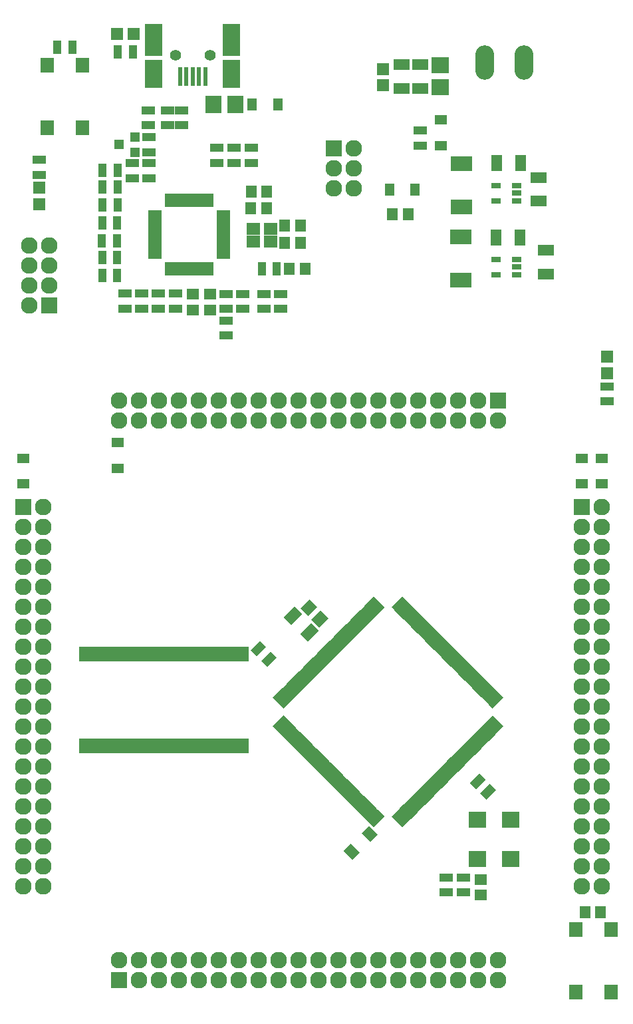
<source format=gts>
G04 #@! TF.FileFunction,Soldermask,Top*
%FSLAX46Y46*%
G04 Gerber Fmt 4.6, Leading zero omitted, Abs format (unit mm)*
G04 Created by KiCad (PCBNEW 4.0.4+e1-6308~48~ubuntu14.04.1-stable) date Wed Oct 19 19:57:22 2016*
%MOMM*%
%LPD*%
G01*
G04 APERTURE LIST*
%ADD10C,0.100000*%
%ADD11R,0.857200X1.910000*%
%ADD12R,1.100000X1.700000*%
%ADD13R,2.127200X2.127200*%
%ADD14O,2.127200X2.127200*%
%ADD15R,1.700000X1.100000*%
%ADD16R,2.000000X1.400000*%
%ADD17R,1.400000X1.650000*%
%ADD18R,1.400000X2.000000*%
%ADD19R,1.650000X1.400000*%
%ADD20R,1.598880X1.598880*%
%ADD21R,2.301600X2.101600*%
%ADD22R,2.200000X2.000000*%
%ADD23R,2.800000X1.900000*%
%ADD24R,1.700000X1.950000*%
%ADD25R,1.301600X0.651600*%
%ADD26R,2.000000X2.200000*%
%ADD27R,0.601600X2.351600*%
%ADD28R,2.201600X3.601600*%
%ADD29R,2.201600X4.101600*%
%ADD30C,1.400000*%
%ADD31R,1.200100X1.200100*%
%ADD32R,1.700000X0.650000*%
%ADD33R,0.650000X1.700000*%
%ADD34R,1.800000X1.600000*%
%ADD35R,1.310000X1.620000*%
%ADD36R,1.620000X1.310000*%
%ADD37O,2.381200X4.362400*%
G04 APERTURE END LIST*
D10*
D11*
X29607366Y-111413832D03*
X30407366Y-111413832D03*
X31207366Y-111413832D03*
X32007366Y-111413832D03*
X32807366Y-111413832D03*
X33607366Y-111413832D03*
X34407366Y-111413832D03*
X35207366Y-111413832D03*
X36007366Y-111413832D03*
X36807366Y-111413832D03*
X37607366Y-111413832D03*
X38407366Y-111413832D03*
X39207366Y-111413832D03*
X40007366Y-111413832D03*
X40807366Y-111413832D03*
X41607366Y-111413832D03*
X42407366Y-111413832D03*
X43207366Y-111413832D03*
X44007366Y-111413832D03*
X44807366Y-111413832D03*
X45607366Y-111413832D03*
X46407366Y-111413832D03*
X47207366Y-111413832D03*
X48007366Y-111413832D03*
X48807366Y-111413832D03*
X49607366Y-111413832D03*
X50407366Y-111413832D03*
X50407366Y-99743832D03*
X49607366Y-99743832D03*
X48807366Y-99743832D03*
X48007366Y-99743832D03*
X47207366Y-99743832D03*
X46407366Y-99743832D03*
X45607366Y-99743832D03*
X44807366Y-99743832D03*
X44007366Y-99743832D03*
X43207366Y-99743832D03*
X42407366Y-99743832D03*
X41607366Y-99743832D03*
X40807366Y-99743832D03*
X40007366Y-99743832D03*
X39207366Y-99743832D03*
X38407366Y-99743832D03*
X37607366Y-99743832D03*
X36807366Y-99743832D03*
X36007366Y-99743832D03*
X35207366Y-99743832D03*
X34407366Y-99743832D03*
X33607366Y-99743832D03*
X32807366Y-99743832D03*
X32007366Y-99743832D03*
X31207366Y-99743832D03*
X30407366Y-99743832D03*
X29607366Y-99743832D03*
D12*
X34049996Y-44850000D03*
X32149996Y-44850000D03*
D13*
X22110000Y-81000000D03*
D14*
X24650000Y-81000000D03*
X22110000Y-83540000D03*
X24650000Y-83540000D03*
X22110000Y-86080000D03*
X24650000Y-86080000D03*
X22110000Y-88620000D03*
X24650000Y-88620000D03*
X22110000Y-91160000D03*
X24650000Y-91160000D03*
X22110000Y-93700000D03*
X24650000Y-93700000D03*
X22110000Y-96240000D03*
X24650000Y-96240000D03*
X22110000Y-98780000D03*
X24650000Y-98780000D03*
X22110000Y-101320000D03*
X24650000Y-101320000D03*
X22110000Y-103860000D03*
X24650000Y-103860000D03*
X22110000Y-106400000D03*
X24650000Y-106400000D03*
X22110000Y-108940000D03*
X24650000Y-108940000D03*
X22110000Y-111480000D03*
X24650000Y-111480000D03*
X22110000Y-114020000D03*
X24650000Y-114020000D03*
X22110000Y-116560000D03*
X24650000Y-116560000D03*
X22110000Y-119100000D03*
X24650000Y-119100000D03*
X22110000Y-121640000D03*
X24650000Y-121640000D03*
X22110000Y-124180000D03*
X24650000Y-124180000D03*
X22110000Y-126720000D03*
X24650000Y-126720000D03*
X22110000Y-129260000D03*
X24650000Y-129260000D03*
D15*
X48950000Y-37250000D03*
X48950000Y-35350000D03*
D10*
G36*
X82745169Y-104780058D02*
X83240143Y-105275032D01*
X81861285Y-106653890D01*
X81366311Y-106158916D01*
X82745169Y-104780058D01*
X82745169Y-104780058D01*
G37*
G36*
X82391616Y-104426504D02*
X82886590Y-104921478D01*
X81507732Y-106300336D01*
X81012758Y-105805362D01*
X82391616Y-104426504D01*
X82391616Y-104426504D01*
G37*
G36*
X82038062Y-104072951D02*
X82533036Y-104567925D01*
X81154178Y-105946783D01*
X80659204Y-105451809D01*
X82038062Y-104072951D01*
X82038062Y-104072951D01*
G37*
G36*
X81684509Y-103719398D02*
X82179483Y-104214372D01*
X80800625Y-105593230D01*
X80305651Y-105098256D01*
X81684509Y-103719398D01*
X81684509Y-103719398D01*
G37*
G36*
X81330955Y-103365844D02*
X81825929Y-103860818D01*
X80447071Y-105239676D01*
X79952097Y-104744702D01*
X81330955Y-103365844D01*
X81330955Y-103365844D01*
G37*
G36*
X80977402Y-103012291D02*
X81472376Y-103507265D01*
X80093518Y-104886123D01*
X79598544Y-104391149D01*
X80977402Y-103012291D01*
X80977402Y-103012291D01*
G37*
G36*
X80623849Y-102658737D02*
X81118823Y-103153711D01*
X79739965Y-104532569D01*
X79244991Y-104037595D01*
X80623849Y-102658737D01*
X80623849Y-102658737D01*
G37*
G36*
X80270295Y-102305184D02*
X80765269Y-102800158D01*
X79386411Y-104179016D01*
X78891437Y-103684042D01*
X80270295Y-102305184D01*
X80270295Y-102305184D01*
G37*
G36*
X79916742Y-101951631D02*
X80411716Y-102446605D01*
X79032858Y-103825463D01*
X78537884Y-103330489D01*
X79916742Y-101951631D01*
X79916742Y-101951631D01*
G37*
G36*
X79563188Y-101598077D02*
X80058162Y-102093051D01*
X78679304Y-103471909D01*
X78184330Y-102976935D01*
X79563188Y-101598077D01*
X79563188Y-101598077D01*
G37*
G36*
X79209635Y-101244524D02*
X79704609Y-101739498D01*
X78325751Y-103118356D01*
X77830777Y-102623382D01*
X79209635Y-101244524D01*
X79209635Y-101244524D01*
G37*
G36*
X78856082Y-100890970D02*
X79351056Y-101385944D01*
X77972198Y-102764802D01*
X77477224Y-102269828D01*
X78856082Y-100890970D01*
X78856082Y-100890970D01*
G37*
G36*
X78502528Y-100537417D02*
X78997502Y-101032391D01*
X77618644Y-102411249D01*
X77123670Y-101916275D01*
X78502528Y-100537417D01*
X78502528Y-100537417D01*
G37*
G36*
X78148975Y-100183864D02*
X78643949Y-100678838D01*
X77265091Y-102057696D01*
X76770117Y-101562722D01*
X78148975Y-100183864D01*
X78148975Y-100183864D01*
G37*
G36*
X77795421Y-99830310D02*
X78290395Y-100325284D01*
X76911537Y-101704142D01*
X76416563Y-101209168D01*
X77795421Y-99830310D01*
X77795421Y-99830310D01*
G37*
G36*
X77441868Y-99476757D02*
X77936842Y-99971731D01*
X76557984Y-101350589D01*
X76063010Y-100855615D01*
X77441868Y-99476757D01*
X77441868Y-99476757D01*
G37*
G36*
X77088315Y-99123204D02*
X77583289Y-99618178D01*
X76204431Y-100997036D01*
X75709457Y-100502062D01*
X77088315Y-99123204D01*
X77088315Y-99123204D01*
G37*
G36*
X76734761Y-98769650D02*
X77229735Y-99264624D01*
X75850877Y-100643482D01*
X75355903Y-100148508D01*
X76734761Y-98769650D01*
X76734761Y-98769650D01*
G37*
G36*
X76381208Y-98416097D02*
X76876182Y-98911071D01*
X75497324Y-100289929D01*
X75002350Y-99794955D01*
X76381208Y-98416097D01*
X76381208Y-98416097D01*
G37*
G36*
X76027654Y-98062543D02*
X76522628Y-98557517D01*
X75143770Y-99936375D01*
X74648796Y-99441401D01*
X76027654Y-98062543D01*
X76027654Y-98062543D01*
G37*
G36*
X75674101Y-97708990D02*
X76169075Y-98203964D01*
X74790217Y-99582822D01*
X74295243Y-99087848D01*
X75674101Y-97708990D01*
X75674101Y-97708990D01*
G37*
G36*
X75320548Y-97355437D02*
X75815522Y-97850411D01*
X74436664Y-99229269D01*
X73941690Y-98734295D01*
X75320548Y-97355437D01*
X75320548Y-97355437D01*
G37*
G36*
X74966994Y-97001883D02*
X75461968Y-97496857D01*
X74083110Y-98875715D01*
X73588136Y-98380741D01*
X74966994Y-97001883D01*
X74966994Y-97001883D01*
G37*
G36*
X74613441Y-96648330D02*
X75108415Y-97143304D01*
X73729557Y-98522162D01*
X73234583Y-98027188D01*
X74613441Y-96648330D01*
X74613441Y-96648330D01*
G37*
G36*
X74259888Y-96294776D02*
X74754862Y-96789750D01*
X73376004Y-98168608D01*
X72881030Y-97673634D01*
X74259888Y-96294776D01*
X74259888Y-96294776D01*
G37*
G36*
X73906334Y-95941223D02*
X74401308Y-96436197D01*
X73022450Y-97815055D01*
X72527476Y-97320081D01*
X73906334Y-95941223D01*
X73906334Y-95941223D01*
G37*
G36*
X73552781Y-95587670D02*
X74047755Y-96082644D01*
X72668897Y-97461502D01*
X72173923Y-96966528D01*
X73552781Y-95587670D01*
X73552781Y-95587670D01*
G37*
G36*
X73199227Y-95234116D02*
X73694201Y-95729090D01*
X72315343Y-97107948D01*
X71820369Y-96612974D01*
X73199227Y-95234116D01*
X73199227Y-95234116D01*
G37*
G36*
X72845674Y-94880563D02*
X73340648Y-95375537D01*
X71961790Y-96754395D01*
X71466816Y-96259421D01*
X72845674Y-94880563D01*
X72845674Y-94880563D01*
G37*
G36*
X72492121Y-94527009D02*
X72987095Y-95021983D01*
X71608237Y-96400841D01*
X71113263Y-95905867D01*
X72492121Y-94527009D01*
X72492121Y-94527009D01*
G37*
G36*
X72138567Y-94173456D02*
X72633541Y-94668430D01*
X71254683Y-96047288D01*
X70759709Y-95552314D01*
X72138567Y-94173456D01*
X72138567Y-94173456D01*
G37*
G36*
X71785014Y-93819903D02*
X72279988Y-94314877D01*
X70901130Y-95693735D01*
X70406156Y-95198761D01*
X71785014Y-93819903D01*
X71785014Y-93819903D01*
G37*
G36*
X71431460Y-93466349D02*
X71926434Y-93961323D01*
X70547576Y-95340181D01*
X70052602Y-94845207D01*
X71431460Y-93466349D01*
X71431460Y-93466349D01*
G37*
G36*
X71077907Y-93112796D02*
X71572881Y-93607770D01*
X70194023Y-94986628D01*
X69699049Y-94491654D01*
X71077907Y-93112796D01*
X71077907Y-93112796D01*
G37*
G36*
X70724354Y-92759242D02*
X71219328Y-93254216D01*
X69840470Y-94633074D01*
X69345496Y-94138100D01*
X70724354Y-92759242D01*
X70724354Y-92759242D01*
G37*
G36*
X70370800Y-92405689D02*
X70865774Y-92900663D01*
X69486916Y-94279521D01*
X68991942Y-93784547D01*
X70370800Y-92405689D01*
X70370800Y-92405689D01*
G37*
G36*
X66234226Y-92900663D02*
X66729200Y-92405689D01*
X68108058Y-93784547D01*
X67613084Y-94279521D01*
X66234226Y-92900663D01*
X66234226Y-92900663D01*
G37*
G36*
X65880672Y-93254216D02*
X66375646Y-92759242D01*
X67754504Y-94138100D01*
X67259530Y-94633074D01*
X65880672Y-93254216D01*
X65880672Y-93254216D01*
G37*
G36*
X65527119Y-93607770D02*
X66022093Y-93112796D01*
X67400951Y-94491654D01*
X66905977Y-94986628D01*
X65527119Y-93607770D01*
X65527119Y-93607770D01*
G37*
G36*
X65173566Y-93961323D02*
X65668540Y-93466349D01*
X67047398Y-94845207D01*
X66552424Y-95340181D01*
X65173566Y-93961323D01*
X65173566Y-93961323D01*
G37*
G36*
X64820012Y-94314877D02*
X65314986Y-93819903D01*
X66693844Y-95198761D01*
X66198870Y-95693735D01*
X64820012Y-94314877D01*
X64820012Y-94314877D01*
G37*
G36*
X64466459Y-94668430D02*
X64961433Y-94173456D01*
X66340291Y-95552314D01*
X65845317Y-96047288D01*
X64466459Y-94668430D01*
X64466459Y-94668430D01*
G37*
G36*
X64112905Y-95021983D02*
X64607879Y-94527009D01*
X65986737Y-95905867D01*
X65491763Y-96400841D01*
X64112905Y-95021983D01*
X64112905Y-95021983D01*
G37*
G36*
X63759352Y-95375537D02*
X64254326Y-94880563D01*
X65633184Y-96259421D01*
X65138210Y-96754395D01*
X63759352Y-95375537D01*
X63759352Y-95375537D01*
G37*
G36*
X63405799Y-95729090D02*
X63900773Y-95234116D01*
X65279631Y-96612974D01*
X64784657Y-97107948D01*
X63405799Y-95729090D01*
X63405799Y-95729090D01*
G37*
G36*
X63052245Y-96082644D02*
X63547219Y-95587670D01*
X64926077Y-96966528D01*
X64431103Y-97461502D01*
X63052245Y-96082644D01*
X63052245Y-96082644D01*
G37*
G36*
X62698692Y-96436197D02*
X63193666Y-95941223D01*
X64572524Y-97320081D01*
X64077550Y-97815055D01*
X62698692Y-96436197D01*
X62698692Y-96436197D01*
G37*
G36*
X62345138Y-96789750D02*
X62840112Y-96294776D01*
X64218970Y-97673634D01*
X63723996Y-98168608D01*
X62345138Y-96789750D01*
X62345138Y-96789750D01*
G37*
G36*
X61991585Y-97143304D02*
X62486559Y-96648330D01*
X63865417Y-98027188D01*
X63370443Y-98522162D01*
X61991585Y-97143304D01*
X61991585Y-97143304D01*
G37*
G36*
X61638032Y-97496857D02*
X62133006Y-97001883D01*
X63511864Y-98380741D01*
X63016890Y-98875715D01*
X61638032Y-97496857D01*
X61638032Y-97496857D01*
G37*
G36*
X61284478Y-97850411D02*
X61779452Y-97355437D01*
X63158310Y-98734295D01*
X62663336Y-99229269D01*
X61284478Y-97850411D01*
X61284478Y-97850411D01*
G37*
G36*
X60930925Y-98203964D02*
X61425899Y-97708990D01*
X62804757Y-99087848D01*
X62309783Y-99582822D01*
X60930925Y-98203964D01*
X60930925Y-98203964D01*
G37*
G36*
X60577372Y-98557517D02*
X61072346Y-98062543D01*
X62451204Y-99441401D01*
X61956230Y-99936375D01*
X60577372Y-98557517D01*
X60577372Y-98557517D01*
G37*
G36*
X60223818Y-98911071D02*
X60718792Y-98416097D01*
X62097650Y-99794955D01*
X61602676Y-100289929D01*
X60223818Y-98911071D01*
X60223818Y-98911071D01*
G37*
G36*
X59870265Y-99264624D02*
X60365239Y-98769650D01*
X61744097Y-100148508D01*
X61249123Y-100643482D01*
X59870265Y-99264624D01*
X59870265Y-99264624D01*
G37*
G36*
X59516711Y-99618178D02*
X60011685Y-99123204D01*
X61390543Y-100502062D01*
X60895569Y-100997036D01*
X59516711Y-99618178D01*
X59516711Y-99618178D01*
G37*
G36*
X59163158Y-99971731D02*
X59658132Y-99476757D01*
X61036990Y-100855615D01*
X60542016Y-101350589D01*
X59163158Y-99971731D01*
X59163158Y-99971731D01*
G37*
G36*
X58809605Y-100325284D02*
X59304579Y-99830310D01*
X60683437Y-101209168D01*
X60188463Y-101704142D01*
X58809605Y-100325284D01*
X58809605Y-100325284D01*
G37*
G36*
X58456051Y-100678838D02*
X58951025Y-100183864D01*
X60329883Y-101562722D01*
X59834909Y-102057696D01*
X58456051Y-100678838D01*
X58456051Y-100678838D01*
G37*
G36*
X58102498Y-101032391D02*
X58597472Y-100537417D01*
X59976330Y-101916275D01*
X59481356Y-102411249D01*
X58102498Y-101032391D01*
X58102498Y-101032391D01*
G37*
G36*
X57748944Y-101385944D02*
X58243918Y-100890970D01*
X59622776Y-102269828D01*
X59127802Y-102764802D01*
X57748944Y-101385944D01*
X57748944Y-101385944D01*
G37*
G36*
X57395391Y-101739498D02*
X57890365Y-101244524D01*
X59269223Y-102623382D01*
X58774249Y-103118356D01*
X57395391Y-101739498D01*
X57395391Y-101739498D01*
G37*
G36*
X57041838Y-102093051D02*
X57536812Y-101598077D01*
X58915670Y-102976935D01*
X58420696Y-103471909D01*
X57041838Y-102093051D01*
X57041838Y-102093051D01*
G37*
G36*
X56688284Y-102446605D02*
X57183258Y-101951631D01*
X58562116Y-103330489D01*
X58067142Y-103825463D01*
X56688284Y-102446605D01*
X56688284Y-102446605D01*
G37*
G36*
X56334731Y-102800158D02*
X56829705Y-102305184D01*
X58208563Y-103684042D01*
X57713589Y-104179016D01*
X56334731Y-102800158D01*
X56334731Y-102800158D01*
G37*
G36*
X55981177Y-103153711D02*
X56476151Y-102658737D01*
X57855009Y-104037595D01*
X57360035Y-104532569D01*
X55981177Y-103153711D01*
X55981177Y-103153711D01*
G37*
G36*
X55627624Y-103507265D02*
X56122598Y-103012291D01*
X57501456Y-104391149D01*
X57006482Y-104886123D01*
X55627624Y-103507265D01*
X55627624Y-103507265D01*
G37*
G36*
X55274071Y-103860818D02*
X55769045Y-103365844D01*
X57147903Y-104744702D01*
X56652929Y-105239676D01*
X55274071Y-103860818D01*
X55274071Y-103860818D01*
G37*
G36*
X54920517Y-104214372D02*
X55415491Y-103719398D01*
X56794349Y-105098256D01*
X56299375Y-105593230D01*
X54920517Y-104214372D01*
X54920517Y-104214372D01*
G37*
G36*
X54566964Y-104567925D02*
X55061938Y-104072951D01*
X56440796Y-105451809D01*
X55945822Y-105946783D01*
X54566964Y-104567925D01*
X54566964Y-104567925D01*
G37*
G36*
X54213410Y-104921478D02*
X54708384Y-104426504D01*
X56087242Y-105805362D01*
X55592268Y-106300336D01*
X54213410Y-104921478D01*
X54213410Y-104921478D01*
G37*
G36*
X53859857Y-105275032D02*
X54354831Y-104780058D01*
X55733689Y-106158916D01*
X55238715Y-106653890D01*
X53859857Y-105275032D01*
X53859857Y-105275032D01*
G37*
G36*
X55238715Y-107537774D02*
X55733689Y-108032748D01*
X54354831Y-109411606D01*
X53859857Y-108916632D01*
X55238715Y-107537774D01*
X55238715Y-107537774D01*
G37*
G36*
X55592268Y-107891328D02*
X56087242Y-108386302D01*
X54708384Y-109765160D01*
X54213410Y-109270186D01*
X55592268Y-107891328D01*
X55592268Y-107891328D01*
G37*
G36*
X55945822Y-108244881D02*
X56440796Y-108739855D01*
X55061938Y-110118713D01*
X54566964Y-109623739D01*
X55945822Y-108244881D01*
X55945822Y-108244881D01*
G37*
G36*
X56299375Y-108598434D02*
X56794349Y-109093408D01*
X55415491Y-110472266D01*
X54920517Y-109977292D01*
X56299375Y-108598434D01*
X56299375Y-108598434D01*
G37*
G36*
X56652929Y-108951988D02*
X57147903Y-109446962D01*
X55769045Y-110825820D01*
X55274071Y-110330846D01*
X56652929Y-108951988D01*
X56652929Y-108951988D01*
G37*
G36*
X57006482Y-109305541D02*
X57501456Y-109800515D01*
X56122598Y-111179373D01*
X55627624Y-110684399D01*
X57006482Y-109305541D01*
X57006482Y-109305541D01*
G37*
G36*
X57360035Y-109659095D02*
X57855009Y-110154069D01*
X56476151Y-111532927D01*
X55981177Y-111037953D01*
X57360035Y-109659095D01*
X57360035Y-109659095D01*
G37*
G36*
X57713589Y-110012648D02*
X58208563Y-110507622D01*
X56829705Y-111886480D01*
X56334731Y-111391506D01*
X57713589Y-110012648D01*
X57713589Y-110012648D01*
G37*
G36*
X58067142Y-110366201D02*
X58562116Y-110861175D01*
X57183258Y-112240033D01*
X56688284Y-111745059D01*
X58067142Y-110366201D01*
X58067142Y-110366201D01*
G37*
G36*
X58420696Y-110719755D02*
X58915670Y-111214729D01*
X57536812Y-112593587D01*
X57041838Y-112098613D01*
X58420696Y-110719755D01*
X58420696Y-110719755D01*
G37*
G36*
X58774249Y-111073308D02*
X59269223Y-111568282D01*
X57890365Y-112947140D01*
X57395391Y-112452166D01*
X58774249Y-111073308D01*
X58774249Y-111073308D01*
G37*
G36*
X59127802Y-111426862D02*
X59622776Y-111921836D01*
X58243918Y-113300694D01*
X57748944Y-112805720D01*
X59127802Y-111426862D01*
X59127802Y-111426862D01*
G37*
G36*
X59481356Y-111780415D02*
X59976330Y-112275389D01*
X58597472Y-113654247D01*
X58102498Y-113159273D01*
X59481356Y-111780415D01*
X59481356Y-111780415D01*
G37*
G36*
X59834909Y-112133968D02*
X60329883Y-112628942D01*
X58951025Y-114007800D01*
X58456051Y-113512826D01*
X59834909Y-112133968D01*
X59834909Y-112133968D01*
G37*
G36*
X60188463Y-112487522D02*
X60683437Y-112982496D01*
X59304579Y-114361354D01*
X58809605Y-113866380D01*
X60188463Y-112487522D01*
X60188463Y-112487522D01*
G37*
G36*
X60542016Y-112841075D02*
X61036990Y-113336049D01*
X59658132Y-114714907D01*
X59163158Y-114219933D01*
X60542016Y-112841075D01*
X60542016Y-112841075D01*
G37*
G36*
X60895569Y-113194628D02*
X61390543Y-113689602D01*
X60011685Y-115068460D01*
X59516711Y-114573486D01*
X60895569Y-113194628D01*
X60895569Y-113194628D01*
G37*
G36*
X61249123Y-113548182D02*
X61744097Y-114043156D01*
X60365239Y-115422014D01*
X59870265Y-114927040D01*
X61249123Y-113548182D01*
X61249123Y-113548182D01*
G37*
G36*
X61602676Y-113901735D02*
X62097650Y-114396709D01*
X60718792Y-115775567D01*
X60223818Y-115280593D01*
X61602676Y-113901735D01*
X61602676Y-113901735D01*
G37*
G36*
X61956230Y-114255289D02*
X62451204Y-114750263D01*
X61072346Y-116129121D01*
X60577372Y-115634147D01*
X61956230Y-114255289D01*
X61956230Y-114255289D01*
G37*
G36*
X62309783Y-114608842D02*
X62804757Y-115103816D01*
X61425899Y-116482674D01*
X60930925Y-115987700D01*
X62309783Y-114608842D01*
X62309783Y-114608842D01*
G37*
G36*
X62663336Y-114962395D02*
X63158310Y-115457369D01*
X61779452Y-116836227D01*
X61284478Y-116341253D01*
X62663336Y-114962395D01*
X62663336Y-114962395D01*
G37*
G36*
X63016890Y-115315949D02*
X63511864Y-115810923D01*
X62133006Y-117189781D01*
X61638032Y-116694807D01*
X63016890Y-115315949D01*
X63016890Y-115315949D01*
G37*
G36*
X63370443Y-115669502D02*
X63865417Y-116164476D01*
X62486559Y-117543334D01*
X61991585Y-117048360D01*
X63370443Y-115669502D01*
X63370443Y-115669502D01*
G37*
G36*
X63723996Y-116023056D02*
X64218970Y-116518030D01*
X62840112Y-117896888D01*
X62345138Y-117401914D01*
X63723996Y-116023056D01*
X63723996Y-116023056D01*
G37*
G36*
X64077550Y-116376609D02*
X64572524Y-116871583D01*
X63193666Y-118250441D01*
X62698692Y-117755467D01*
X64077550Y-116376609D01*
X64077550Y-116376609D01*
G37*
G36*
X64431103Y-116730162D02*
X64926077Y-117225136D01*
X63547219Y-118603994D01*
X63052245Y-118109020D01*
X64431103Y-116730162D01*
X64431103Y-116730162D01*
G37*
G36*
X64784657Y-117083716D02*
X65279631Y-117578690D01*
X63900773Y-118957548D01*
X63405799Y-118462574D01*
X64784657Y-117083716D01*
X64784657Y-117083716D01*
G37*
G36*
X65138210Y-117437269D02*
X65633184Y-117932243D01*
X64254326Y-119311101D01*
X63759352Y-118816127D01*
X65138210Y-117437269D01*
X65138210Y-117437269D01*
G37*
G36*
X65491763Y-117790823D02*
X65986737Y-118285797D01*
X64607879Y-119664655D01*
X64112905Y-119169681D01*
X65491763Y-117790823D01*
X65491763Y-117790823D01*
G37*
G36*
X65845317Y-118144376D02*
X66340291Y-118639350D01*
X64961433Y-120018208D01*
X64466459Y-119523234D01*
X65845317Y-118144376D01*
X65845317Y-118144376D01*
G37*
G36*
X66198870Y-118497929D02*
X66693844Y-118992903D01*
X65314986Y-120371761D01*
X64820012Y-119876787D01*
X66198870Y-118497929D01*
X66198870Y-118497929D01*
G37*
G36*
X66552424Y-118851483D02*
X67047398Y-119346457D01*
X65668540Y-120725315D01*
X65173566Y-120230341D01*
X66552424Y-118851483D01*
X66552424Y-118851483D01*
G37*
G36*
X66905977Y-119205036D02*
X67400951Y-119700010D01*
X66022093Y-121078868D01*
X65527119Y-120583894D01*
X66905977Y-119205036D01*
X66905977Y-119205036D01*
G37*
G36*
X67259530Y-119558590D02*
X67754504Y-120053564D01*
X66375646Y-121432422D01*
X65880672Y-120937448D01*
X67259530Y-119558590D01*
X67259530Y-119558590D01*
G37*
G36*
X67613084Y-119912143D02*
X68108058Y-120407117D01*
X66729200Y-121785975D01*
X66234226Y-121291001D01*
X67613084Y-119912143D01*
X67613084Y-119912143D01*
G37*
G36*
X68991942Y-120407117D02*
X69486916Y-119912143D01*
X70865774Y-121291001D01*
X70370800Y-121785975D01*
X68991942Y-120407117D01*
X68991942Y-120407117D01*
G37*
G36*
X69345496Y-120053564D02*
X69840470Y-119558590D01*
X71219328Y-120937448D01*
X70724354Y-121432422D01*
X69345496Y-120053564D01*
X69345496Y-120053564D01*
G37*
G36*
X69699049Y-119700010D02*
X70194023Y-119205036D01*
X71572881Y-120583894D01*
X71077907Y-121078868D01*
X69699049Y-119700010D01*
X69699049Y-119700010D01*
G37*
G36*
X70052602Y-119346457D02*
X70547576Y-118851483D01*
X71926434Y-120230341D01*
X71431460Y-120725315D01*
X70052602Y-119346457D01*
X70052602Y-119346457D01*
G37*
G36*
X70406156Y-118992903D02*
X70901130Y-118497929D01*
X72279988Y-119876787D01*
X71785014Y-120371761D01*
X70406156Y-118992903D01*
X70406156Y-118992903D01*
G37*
G36*
X70759709Y-118639350D02*
X71254683Y-118144376D01*
X72633541Y-119523234D01*
X72138567Y-120018208D01*
X70759709Y-118639350D01*
X70759709Y-118639350D01*
G37*
G36*
X71113263Y-118285797D02*
X71608237Y-117790823D01*
X72987095Y-119169681D01*
X72492121Y-119664655D01*
X71113263Y-118285797D01*
X71113263Y-118285797D01*
G37*
G36*
X71466816Y-117932243D02*
X71961790Y-117437269D01*
X73340648Y-118816127D01*
X72845674Y-119311101D01*
X71466816Y-117932243D01*
X71466816Y-117932243D01*
G37*
G36*
X71820369Y-117578690D02*
X72315343Y-117083716D01*
X73694201Y-118462574D01*
X73199227Y-118957548D01*
X71820369Y-117578690D01*
X71820369Y-117578690D01*
G37*
G36*
X72173923Y-117225136D02*
X72668897Y-116730162D01*
X74047755Y-118109020D01*
X73552781Y-118603994D01*
X72173923Y-117225136D01*
X72173923Y-117225136D01*
G37*
G36*
X72527476Y-116871583D02*
X73022450Y-116376609D01*
X74401308Y-117755467D01*
X73906334Y-118250441D01*
X72527476Y-116871583D01*
X72527476Y-116871583D01*
G37*
G36*
X72881030Y-116518030D02*
X73376004Y-116023056D01*
X74754862Y-117401914D01*
X74259888Y-117896888D01*
X72881030Y-116518030D01*
X72881030Y-116518030D01*
G37*
G36*
X73234583Y-116164476D02*
X73729557Y-115669502D01*
X75108415Y-117048360D01*
X74613441Y-117543334D01*
X73234583Y-116164476D01*
X73234583Y-116164476D01*
G37*
G36*
X73588136Y-115810923D02*
X74083110Y-115315949D01*
X75461968Y-116694807D01*
X74966994Y-117189781D01*
X73588136Y-115810923D01*
X73588136Y-115810923D01*
G37*
G36*
X73941690Y-115457369D02*
X74436664Y-114962395D01*
X75815522Y-116341253D01*
X75320548Y-116836227D01*
X73941690Y-115457369D01*
X73941690Y-115457369D01*
G37*
G36*
X74295243Y-115103816D02*
X74790217Y-114608842D01*
X76169075Y-115987700D01*
X75674101Y-116482674D01*
X74295243Y-115103816D01*
X74295243Y-115103816D01*
G37*
G36*
X74648796Y-114750263D02*
X75143770Y-114255289D01*
X76522628Y-115634147D01*
X76027654Y-116129121D01*
X74648796Y-114750263D01*
X74648796Y-114750263D01*
G37*
G36*
X75002350Y-114396709D02*
X75497324Y-113901735D01*
X76876182Y-115280593D01*
X76381208Y-115775567D01*
X75002350Y-114396709D01*
X75002350Y-114396709D01*
G37*
G36*
X75355903Y-114043156D02*
X75850877Y-113548182D01*
X77229735Y-114927040D01*
X76734761Y-115422014D01*
X75355903Y-114043156D01*
X75355903Y-114043156D01*
G37*
G36*
X75709457Y-113689602D02*
X76204431Y-113194628D01*
X77583289Y-114573486D01*
X77088315Y-115068460D01*
X75709457Y-113689602D01*
X75709457Y-113689602D01*
G37*
G36*
X76063010Y-113336049D02*
X76557984Y-112841075D01*
X77936842Y-114219933D01*
X77441868Y-114714907D01*
X76063010Y-113336049D01*
X76063010Y-113336049D01*
G37*
G36*
X76416563Y-112982496D02*
X76911537Y-112487522D01*
X78290395Y-113866380D01*
X77795421Y-114361354D01*
X76416563Y-112982496D01*
X76416563Y-112982496D01*
G37*
G36*
X76770117Y-112628942D02*
X77265091Y-112133968D01*
X78643949Y-113512826D01*
X78148975Y-114007800D01*
X76770117Y-112628942D01*
X76770117Y-112628942D01*
G37*
G36*
X77123670Y-112275389D02*
X77618644Y-111780415D01*
X78997502Y-113159273D01*
X78502528Y-113654247D01*
X77123670Y-112275389D01*
X77123670Y-112275389D01*
G37*
G36*
X77477224Y-111921836D02*
X77972198Y-111426862D01*
X79351056Y-112805720D01*
X78856082Y-113300694D01*
X77477224Y-111921836D01*
X77477224Y-111921836D01*
G37*
G36*
X77830777Y-111568282D02*
X78325751Y-111073308D01*
X79704609Y-112452166D01*
X79209635Y-112947140D01*
X77830777Y-111568282D01*
X77830777Y-111568282D01*
G37*
G36*
X78184330Y-111214729D02*
X78679304Y-110719755D01*
X80058162Y-112098613D01*
X79563188Y-112593587D01*
X78184330Y-111214729D01*
X78184330Y-111214729D01*
G37*
G36*
X78537884Y-110861175D02*
X79032858Y-110366201D01*
X80411716Y-111745059D01*
X79916742Y-112240033D01*
X78537884Y-110861175D01*
X78537884Y-110861175D01*
G37*
G36*
X78891437Y-110507622D02*
X79386411Y-110012648D01*
X80765269Y-111391506D01*
X80270295Y-111886480D01*
X78891437Y-110507622D01*
X78891437Y-110507622D01*
G37*
G36*
X79244991Y-110154069D02*
X79739965Y-109659095D01*
X81118823Y-111037953D01*
X80623849Y-111532927D01*
X79244991Y-110154069D01*
X79244991Y-110154069D01*
G37*
G36*
X79598544Y-109800515D02*
X80093518Y-109305541D01*
X81472376Y-110684399D01*
X80977402Y-111179373D01*
X79598544Y-109800515D01*
X79598544Y-109800515D01*
G37*
G36*
X79952097Y-109446962D02*
X80447071Y-108951988D01*
X81825929Y-110330846D01*
X81330955Y-110825820D01*
X79952097Y-109446962D01*
X79952097Y-109446962D01*
G37*
G36*
X80305651Y-109093408D02*
X80800625Y-108598434D01*
X82179483Y-109977292D01*
X81684509Y-110472266D01*
X80305651Y-109093408D01*
X80305651Y-109093408D01*
G37*
G36*
X80659204Y-108739855D02*
X81154178Y-108244881D01*
X82533036Y-109623739D01*
X82038062Y-110118713D01*
X80659204Y-108739855D01*
X80659204Y-108739855D01*
G37*
G36*
X81012758Y-108386302D02*
X81507732Y-107891328D01*
X82886590Y-109270186D01*
X82391616Y-109765160D01*
X81012758Y-108386302D01*
X81012758Y-108386302D01*
G37*
G36*
X81366311Y-108032748D02*
X81861285Y-107537774D01*
X83240143Y-108916632D01*
X82745169Y-109411606D01*
X81366311Y-108032748D01*
X81366311Y-108032748D01*
G37*
D12*
X52450000Y-50750000D03*
X54350000Y-50750000D03*
D10*
G36*
X78938300Y-116140381D02*
X80140381Y-114938300D01*
X80918198Y-115716117D01*
X79716117Y-116918198D01*
X78938300Y-116140381D01*
X78938300Y-116140381D01*
G37*
G36*
X80281802Y-117483883D02*
X81483883Y-116281802D01*
X82261700Y-117059619D01*
X81059619Y-118261700D01*
X80281802Y-117483883D01*
X80281802Y-117483883D01*
G37*
D16*
X87670000Y-39100000D03*
X87670000Y-42100000D03*
X88640000Y-48370000D03*
X88640000Y-51370000D03*
X70229194Y-24741390D03*
X70229194Y-27741390D03*
D17*
X95621870Y-132564032D03*
X93621870Y-132564032D03*
D16*
X72649194Y-24741390D03*
X72649194Y-27741390D03*
D18*
X85390000Y-37290000D03*
X82390000Y-37290000D03*
X85330000Y-46736000D03*
X82330000Y-46736000D03*
D10*
G36*
X60935445Y-95168719D02*
X59768719Y-96335445D01*
X58778769Y-95345495D01*
X59945495Y-94178769D01*
X60935445Y-95168719D01*
X60935445Y-95168719D01*
G37*
G36*
X59521231Y-93754505D02*
X58354505Y-94921231D01*
X57364555Y-93931281D01*
X58531281Y-92764555D01*
X59521231Y-93754505D01*
X59521231Y-93754505D01*
G37*
G36*
X59712742Y-96748528D02*
X58298528Y-98162742D01*
X57308578Y-97172792D01*
X58722792Y-95758578D01*
X59712742Y-96748528D01*
X59712742Y-96748528D01*
G37*
G36*
X57591422Y-94627208D02*
X56177208Y-96041422D01*
X55187258Y-95051472D01*
X56601472Y-93637258D01*
X57591422Y-94627208D01*
X57591422Y-94627208D01*
G37*
D19*
X80350000Y-128425000D03*
X80350000Y-130425000D03*
D17*
X71090000Y-43820000D03*
X69090000Y-43820000D03*
D20*
X24099000Y-42507592D03*
X24099000Y-40409552D03*
D21*
X84150000Y-125800000D03*
X84150000Y-120800000D03*
X79950000Y-120800000D03*
X79950000Y-125800000D03*
D10*
G36*
X66096518Y-121557969D02*
X67242031Y-122703482D01*
X66315722Y-123629791D01*
X65170209Y-122484278D01*
X66096518Y-121557969D01*
X66096518Y-121557969D01*
G37*
G36*
X63784278Y-123870209D02*
X64929791Y-125015722D01*
X64003482Y-125942031D01*
X62857969Y-124796518D01*
X63784278Y-123870209D01*
X63784278Y-123870209D01*
G37*
D22*
X75200000Y-24850000D03*
X75200000Y-27650000D03*
D23*
X77850000Y-42850000D03*
X77850000Y-37350000D03*
X77800000Y-52150000D03*
X77800000Y-46650000D03*
D20*
X96425000Y-61925980D03*
X96425000Y-64024020D03*
D13*
X93230000Y-81000000D03*
D14*
X95770000Y-81000000D03*
X93230000Y-83540000D03*
X95770000Y-83540000D03*
X93230000Y-86080000D03*
X95770000Y-86080000D03*
X93230000Y-88620000D03*
X95770000Y-88620000D03*
X93230000Y-91160000D03*
X95770000Y-91160000D03*
X93230000Y-93700000D03*
X95770000Y-93700000D03*
X93230000Y-96240000D03*
X95770000Y-96240000D03*
X93230000Y-98780000D03*
X95770000Y-98780000D03*
X93230000Y-101320000D03*
X95770000Y-101320000D03*
X93230000Y-103860000D03*
X95770000Y-103860000D03*
X93230000Y-106400000D03*
X95770000Y-106400000D03*
X93230000Y-108940000D03*
X95770000Y-108940000D03*
X93230000Y-111480000D03*
X95770000Y-111480000D03*
X93230000Y-114020000D03*
X95770000Y-114020000D03*
X93230000Y-116560000D03*
X95770000Y-116560000D03*
X93230000Y-119100000D03*
X95770000Y-119100000D03*
X93230000Y-121640000D03*
X95770000Y-121640000D03*
X93230000Y-124180000D03*
X95770000Y-124180000D03*
X93230000Y-126720000D03*
X95770000Y-126720000D03*
X93230000Y-129260000D03*
X95770000Y-129260000D03*
D13*
X34262266Y-141199832D03*
D14*
X34262266Y-138659832D03*
X36802266Y-141199832D03*
X36802266Y-138659832D03*
X39342266Y-141199832D03*
X39342266Y-138659832D03*
X41882266Y-141199832D03*
X41882266Y-138659832D03*
X44422266Y-141199832D03*
X44422266Y-138659832D03*
X46962266Y-141199832D03*
X46962266Y-138659832D03*
X49502266Y-141199832D03*
X49502266Y-138659832D03*
X52042266Y-141199832D03*
X52042266Y-138659832D03*
X54582266Y-141199832D03*
X54582266Y-138659832D03*
X57122266Y-141199832D03*
X57122266Y-138659832D03*
X59662266Y-141199832D03*
X59662266Y-138659832D03*
X62202266Y-141199832D03*
X62202266Y-138659832D03*
X64742266Y-141199832D03*
X64742266Y-138659832D03*
X67282266Y-141199832D03*
X67282266Y-138659832D03*
X69822266Y-141199832D03*
X69822266Y-138659832D03*
X72362266Y-141199832D03*
X72362266Y-138659832D03*
X74902266Y-141199832D03*
X74902266Y-138659832D03*
X77442266Y-141199832D03*
X77442266Y-138659832D03*
X79982266Y-141199832D03*
X79982266Y-138659832D03*
X82522266Y-141199832D03*
X82522266Y-138659832D03*
D13*
X82522266Y-67499832D03*
D14*
X82522266Y-70039832D03*
X79982266Y-67499832D03*
X79982266Y-70039832D03*
X77442266Y-67499832D03*
X77442266Y-70039832D03*
X74902266Y-67499832D03*
X74902266Y-70039832D03*
X72362266Y-67499832D03*
X72362266Y-70039832D03*
X69822266Y-67499832D03*
X69822266Y-70039832D03*
X67282266Y-67499832D03*
X67282266Y-70039832D03*
X64742266Y-67499832D03*
X64742266Y-70039832D03*
X62202266Y-67499832D03*
X62202266Y-70039832D03*
X59662266Y-67499832D03*
X59662266Y-70039832D03*
X57122266Y-67499832D03*
X57122266Y-70039832D03*
X54582266Y-67499832D03*
X54582266Y-70039832D03*
X52042266Y-67499832D03*
X52042266Y-70039832D03*
X49502266Y-67499832D03*
X49502266Y-70039832D03*
X46962266Y-67499832D03*
X46962266Y-70039832D03*
X44422266Y-67499832D03*
X44422266Y-70039832D03*
X41882266Y-67499832D03*
X41882266Y-70039832D03*
X39342266Y-67499832D03*
X39342266Y-70039832D03*
X36802266Y-67499832D03*
X36802266Y-70039832D03*
X34262266Y-67499832D03*
X34262266Y-70039832D03*
D20*
X67900000Y-27399020D03*
X67900000Y-25300980D03*
D15*
X96425000Y-65675000D03*
X96425000Y-67575000D03*
D12*
X26450000Y-22500000D03*
X28350000Y-22500000D03*
D10*
G36*
X54361700Y-100159619D02*
X53159619Y-101361700D01*
X52381802Y-100583883D01*
X53583883Y-99381802D01*
X54361700Y-100159619D01*
X54361700Y-100159619D01*
G37*
G36*
X53018198Y-98816117D02*
X51816117Y-100018198D01*
X51038300Y-99240381D01*
X52240381Y-98038300D01*
X53018198Y-98816117D01*
X53018198Y-98816117D01*
G37*
D15*
X24100000Y-38750000D03*
X24100000Y-36850000D03*
X75960000Y-128200000D03*
X75960000Y-130100000D03*
X72650000Y-35050000D03*
X72650000Y-33150000D03*
X78100000Y-130100000D03*
X78100000Y-128200000D03*
D24*
X25144000Y-24789000D03*
X29644000Y-24789000D03*
X29644000Y-32739000D03*
X25144000Y-32739000D03*
X92471870Y-134794032D03*
X96971870Y-134794032D03*
X96971870Y-142744032D03*
X92471870Y-142744032D03*
D25*
X82276000Y-40162000D03*
X82276000Y-42062000D03*
X84876000Y-40162000D03*
X84876000Y-41112000D03*
X84876000Y-42062000D03*
X82276000Y-49560000D03*
X82276000Y-51460000D03*
X84876000Y-49560000D03*
X84876000Y-50510000D03*
X84876000Y-51460000D03*
D13*
X25400000Y-55380000D03*
D14*
X22860000Y-55380000D03*
X25400000Y-52840000D03*
X22860000Y-52840000D03*
X25400000Y-50300000D03*
X22860000Y-50300000D03*
X25400000Y-47760000D03*
X22860000Y-47760000D03*
D26*
X46300000Y-29800000D03*
X49100000Y-29800000D03*
D27*
X45262000Y-26242000D03*
X44462000Y-26242000D03*
X43662000Y-26242000D03*
X42862000Y-26242000D03*
X42062000Y-26242000D03*
D28*
X48612000Y-25886000D03*
D29*
X48612000Y-21636000D03*
D28*
X38712000Y-25886000D03*
D29*
X38712000Y-21636000D03*
D30*
X45862000Y-23536000D03*
X41462000Y-23536000D03*
D31*
X36314760Y-35874000D03*
X36314760Y-33974000D03*
X34315780Y-34924000D03*
D12*
X34100000Y-38200000D03*
X32200000Y-38200000D03*
D15*
X41450000Y-53900000D03*
X41450000Y-55800000D03*
D12*
X34053571Y-49250000D03*
X32153571Y-49250000D03*
D15*
X37200000Y-53892858D03*
X37200000Y-55792858D03*
X46750000Y-37250000D03*
X46750000Y-35350000D03*
X35050000Y-53900000D03*
X35050000Y-55800000D03*
D12*
X34090712Y-42600000D03*
X32190712Y-42600000D03*
X34036070Y-51550000D03*
X32136070Y-51550000D03*
D15*
X54850000Y-53930000D03*
X54850000Y-55830000D03*
X52750000Y-53930000D03*
X52750000Y-55830000D03*
D12*
X34095354Y-40350000D03*
X32195354Y-40350000D03*
D32*
X47590000Y-49146000D03*
X47590000Y-48646000D03*
X47590000Y-48146000D03*
X47590000Y-47646000D03*
X47590000Y-47146000D03*
X47590000Y-46646000D03*
X47590000Y-46146000D03*
X47590000Y-45646000D03*
X47590000Y-45146000D03*
X47590000Y-44646000D03*
X47590000Y-44146000D03*
X47590000Y-43646000D03*
D33*
X45990000Y-42046000D03*
X45490000Y-42046000D03*
X44990000Y-42046000D03*
X44490000Y-42046000D03*
X43990000Y-42046000D03*
X43490000Y-42046000D03*
X42990000Y-42046000D03*
X42490000Y-42046000D03*
X41990000Y-42046000D03*
X41490000Y-42046000D03*
X40990000Y-42046000D03*
X40490000Y-42046000D03*
D32*
X38890000Y-43646000D03*
X38890000Y-44146000D03*
X38890000Y-44646000D03*
X38890000Y-45146000D03*
X38890000Y-45646000D03*
X38890000Y-46146000D03*
X38890000Y-46646000D03*
X38890000Y-47146000D03*
X38890000Y-47646000D03*
X38890000Y-48146000D03*
X38890000Y-48646000D03*
X38890000Y-49146000D03*
D33*
X40490000Y-50746000D03*
X40990000Y-50746000D03*
X41490000Y-50746000D03*
X41990000Y-50746000D03*
X42490000Y-50746000D03*
X42990000Y-50746000D03*
X43490000Y-50746000D03*
X43990000Y-50746000D03*
X44490000Y-50746000D03*
X44990000Y-50746000D03*
X45490000Y-50746000D03*
X45990000Y-50746000D03*
D34*
X53550000Y-45646000D03*
X51350000Y-45646000D03*
X53550000Y-47246000D03*
X51350000Y-47246000D03*
D17*
X55970000Y-50760000D03*
X57970000Y-50760000D03*
D19*
X43700000Y-53950000D03*
X43700000Y-55950000D03*
D17*
X51100000Y-40900000D03*
X53100000Y-40900000D03*
X51050000Y-43000000D03*
X53050000Y-43000000D03*
D19*
X45850000Y-53950000D03*
X45850000Y-55950000D03*
D17*
X55400000Y-47450000D03*
X57400000Y-47450000D03*
X55400000Y-45200000D03*
X57400000Y-45200000D03*
D13*
X61660000Y-35360000D03*
D14*
X64200000Y-35360000D03*
X61660000Y-37900000D03*
X64200000Y-37900000D03*
X61660000Y-40440000D03*
X64200000Y-40440000D03*
D15*
X39300000Y-55800000D03*
X39300000Y-53900000D03*
D12*
X34008213Y-47150000D03*
X32108213Y-47150000D03*
D15*
X51090000Y-37230000D03*
X51090000Y-35330000D03*
X40486000Y-30572000D03*
X40486000Y-32472000D03*
X42264000Y-30560000D03*
X42264000Y-32460000D03*
X38000000Y-30572000D03*
X38000000Y-32472000D03*
X38108000Y-33974000D03*
X38108000Y-35874000D03*
X38108000Y-37276000D03*
X38108000Y-39176000D03*
X36000000Y-37300000D03*
X36000000Y-39200000D03*
D12*
X36050000Y-23100000D03*
X34150000Y-23100000D03*
D20*
X34050980Y-20800000D03*
X36149020Y-20800000D03*
D15*
X50010000Y-53940000D03*
X50010000Y-55840000D03*
X47940000Y-53940000D03*
X47940000Y-55840000D03*
X47940000Y-59190000D03*
X47940000Y-57290000D03*
D35*
X71993000Y-40640000D03*
X68723000Y-40640000D03*
D36*
X22098000Y-74819000D03*
X22098000Y-78089000D03*
X93218000Y-74819000D03*
X93218000Y-78089000D03*
X95760000Y-74825000D03*
X95760000Y-78095000D03*
X34100000Y-72865000D03*
X34100000Y-76135000D03*
X75250000Y-35035000D03*
X75250000Y-31765000D03*
D35*
X54495000Y-29800000D03*
X51225000Y-29800000D03*
D37*
X85850000Y-24500000D03*
X80850000Y-24500000D03*
M02*

</source>
